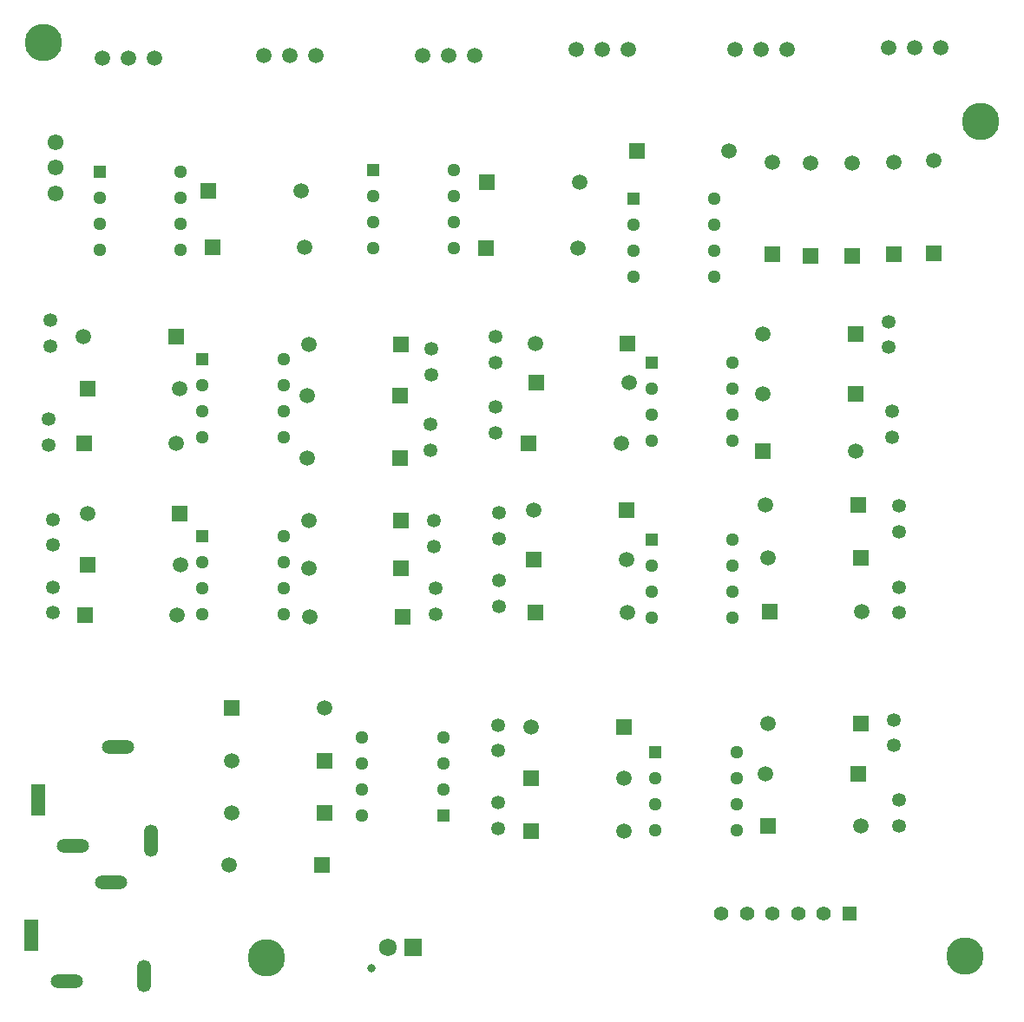
<source format=gts>
G04*
G04 #@! TF.GenerationSoftware,Altium Limited,Altium Designer,23.8.1 (32)*
G04*
G04 Layer_Color=8388736*
%FSLAX44Y44*%
%MOMM*%
G71*
G04*
G04 #@! TF.SameCoordinates,3F070380-BFD0-420E-B22A-88B72DBD322C*
G04*
G04*
G04 #@! TF.FilePolarity,Negative*
G04*
G01*
G75*
%ADD14R,1.5000X1.5000*%
%ADD15C,1.5000*%
%ADD16R,1.2800X1.2800*%
%ADD17C,1.2800*%
%ADD18C,3.6500*%
%ADD19C,1.4000*%
%ADD20R,1.4000X1.4000*%
%ADD21R,1.3620X3.1400*%
G04:AMPARAMS|DCode=22|XSize=1.362mm|YSize=3.14mm|CornerRadius=0.681mm|HoleSize=0mm|Usage=FLASHONLY|Rotation=90.000|XOffset=0mm|YOffset=0mm|HoleType=Round|Shape=RoundedRectangle|*
%AMROUNDEDRECTD22*
21,1,1.3620,1.7780,0,0,90.0*
21,1,0.0000,3.1400,0,0,90.0*
1,1,1.3620,0.8890,0.0000*
1,1,1.3620,0.8890,0.0000*
1,1,1.3620,-0.8890,0.0000*
1,1,1.3620,-0.8890,0.0000*
%
%ADD22ROUNDEDRECTD22*%
G04:AMPARAMS|DCode=23|XSize=1.362mm|YSize=3.14mm|CornerRadius=0.681mm|HoleSize=0mm|Usage=FLASHONLY|Rotation=0.000|XOffset=0mm|YOffset=0mm|HoleType=Round|Shape=RoundedRectangle|*
%AMROUNDEDRECTD23*
21,1,1.3620,1.7780,0,0,0.0*
21,1,0.0000,3.1400,0,0,0.0*
1,1,1.3620,0.0000,-0.8890*
1,1,1.3620,0.0000,-0.8890*
1,1,1.3620,0.0000,0.8890*
1,1,1.3620,0.0000,0.8890*
%
%ADD23ROUNDEDRECTD23*%
%ADD24C,1.3500*%
%ADD25R,1.5000X1.5000*%
%ADD26C,1.5200*%
%ADD27R,1.7250X1.7250*%
%ADD28C,1.7250*%
%ADD29C,0.8000*%
%ADD30C,1.5500*%
D14*
X511761Y433571D02*
D03*
X603031Y644391D02*
D03*
X514301Y606291D02*
D03*
X599221Y269741D02*
D03*
X509221Y168141D02*
D03*
X830361Y273551D02*
D03*
X509221Y220211D02*
D03*
X827821Y224021D02*
D03*
X740361Y173221D02*
D03*
X825281Y594861D02*
D03*
X506681Y546601D02*
D03*
X382051Y471671D02*
D03*
X73611Y378961D02*
D03*
X76701Y428491D02*
D03*
X166151Y478021D02*
D03*
X382051Y424681D02*
D03*
X383321Y377691D02*
D03*
X194261Y792981D02*
D03*
X73061Y546601D02*
D03*
X76151Y599941D02*
D03*
X162341Y650741D02*
D03*
X382051Y643121D02*
D03*
X380781Y593591D02*
D03*
Y532631D02*
D03*
X198071Y738371D02*
D03*
X513031Y381501D02*
D03*
X601761Y481831D02*
D03*
X827821Y486911D02*
D03*
X830361Y434841D02*
D03*
X741631Y382771D02*
D03*
X825281Y653281D02*
D03*
X735281Y538981D02*
D03*
X307121Y236721D02*
D03*
X217121Y288791D02*
D03*
X307121Y185921D02*
D03*
X304581Y135121D02*
D03*
X464771Y737101D02*
D03*
X466041Y801871D02*
D03*
X612091Y832351D02*
D03*
D15*
X601761Y433571D02*
D03*
X513031Y644391D02*
D03*
X604301Y606291D02*
D03*
X509221Y269741D02*
D03*
X599221Y168141D02*
D03*
X740361Y273551D02*
D03*
X599221Y220211D02*
D03*
X737821Y224021D02*
D03*
X830361Y173221D02*
D03*
X902201Y822741D02*
D03*
X822191Y820201D02*
D03*
X781551D02*
D03*
X862831Y821471D02*
D03*
X744721D02*
D03*
X735281Y594861D02*
D03*
X596681Y546601D02*
D03*
X292051Y471671D02*
D03*
X163611Y378961D02*
D03*
X166701Y428491D02*
D03*
X76151Y478021D02*
D03*
X292051Y424681D02*
D03*
X293321Y377691D02*
D03*
X284261Y792981D02*
D03*
X163061Y546601D02*
D03*
X166151Y599941D02*
D03*
X72341Y650741D02*
D03*
X292051Y643121D02*
D03*
X290781Y593591D02*
D03*
Y532631D02*
D03*
X288071Y738371D02*
D03*
X603031Y381501D02*
D03*
X511761Y481831D02*
D03*
X737821Y486911D02*
D03*
X740361Y434841D02*
D03*
X831631Y382771D02*
D03*
X735281Y653281D02*
D03*
X825281Y538981D02*
D03*
X217121Y236721D02*
D03*
X307121Y288791D02*
D03*
X217121Y185921D02*
D03*
X214581Y135121D02*
D03*
X554771Y737101D02*
D03*
X556041Y801871D02*
D03*
X702091Y832351D02*
D03*
D16*
X608501Y785361D02*
D03*
X630091Y245611D02*
D03*
X626281Y452621D02*
D03*
X188131Y456431D02*
D03*
Y629151D02*
D03*
X87801Y812031D02*
D03*
X626281Y625341D02*
D03*
X423411Y183381D02*
D03*
X354501Y813301D02*
D03*
D17*
X608501Y759961D02*
D03*
Y734561D02*
D03*
Y709161D02*
D03*
X687901D02*
D03*
Y734561D02*
D03*
Y759961D02*
D03*
Y785361D02*
D03*
X630091Y220211D02*
D03*
Y194811D02*
D03*
Y169411D02*
D03*
X709491D02*
D03*
Y194811D02*
D03*
Y220211D02*
D03*
Y245611D02*
D03*
X626281Y427221D02*
D03*
Y401821D02*
D03*
Y376421D02*
D03*
X705681D02*
D03*
Y401821D02*
D03*
Y427221D02*
D03*
Y452621D02*
D03*
X267531Y456431D02*
D03*
Y431031D02*
D03*
Y405631D02*
D03*
Y380231D02*
D03*
X188131D02*
D03*
Y405631D02*
D03*
Y431031D02*
D03*
X267531Y629151D02*
D03*
Y603751D02*
D03*
Y578351D02*
D03*
Y552951D02*
D03*
X188131D02*
D03*
Y578351D02*
D03*
Y603751D02*
D03*
X167201Y812031D02*
D03*
Y786631D02*
D03*
Y761231D02*
D03*
Y735831D02*
D03*
X87801D02*
D03*
Y761231D02*
D03*
Y786631D02*
D03*
X705681Y625341D02*
D03*
Y599941D02*
D03*
Y574541D02*
D03*
Y549141D02*
D03*
X626281D02*
D03*
Y574541D02*
D03*
Y599941D02*
D03*
X423411Y208781D02*
D03*
Y234181D02*
D03*
Y259581D02*
D03*
X344011D02*
D03*
Y234181D02*
D03*
Y208781D02*
D03*
Y183381D02*
D03*
X354501Y787901D02*
D03*
Y762501D02*
D03*
Y737101D02*
D03*
X433901D02*
D03*
Y762501D02*
D03*
Y787901D02*
D03*
Y813301D02*
D03*
D18*
X947866Y861294D02*
D03*
X932214Y46260D02*
D03*
X250691Y44951D02*
D03*
X33521Y937761D02*
D03*
D19*
X694651Y88131D02*
D03*
X719651D02*
D03*
X744651D02*
D03*
X769651D02*
D03*
X794651D02*
D03*
D20*
X819651D02*
D03*
D21*
X21456Y66668D02*
D03*
X27806Y198748D02*
D03*
D22*
X55712Y21732D02*
D03*
X99248Y118738D02*
D03*
X105598Y250818D02*
D03*
X62062Y153812D02*
D03*
D23*
X131438Y26790D02*
D03*
X137788Y158870D02*
D03*
D24*
X476751Y196081D02*
D03*
Y171081D02*
D03*
X862831Y276961D02*
D03*
Y251961D02*
D03*
X867911Y198621D02*
D03*
Y173621D02*
D03*
X476751Y271881D02*
D03*
Y246881D02*
D03*
X867911Y406501D02*
D03*
Y381501D02*
D03*
Y485641D02*
D03*
Y460641D02*
D03*
X42411Y472541D02*
D03*
Y447541D02*
D03*
Y406501D02*
D03*
Y381501D02*
D03*
X415791Y380631D02*
D03*
Y405631D02*
D03*
X414521Y446671D02*
D03*
Y471671D02*
D03*
X39871Y666851D02*
D03*
Y641851D02*
D03*
X38601Y570331D02*
D03*
Y545331D02*
D03*
X410711Y565251D02*
D03*
Y540251D02*
D03*
X411981Y638911D02*
D03*
Y613911D02*
D03*
X478021Y478891D02*
D03*
Y453891D02*
D03*
Y413251D02*
D03*
Y388251D02*
D03*
X474211Y650741D02*
D03*
Y625741D02*
D03*
Y557161D02*
D03*
Y582161D02*
D03*
X861561Y553351D02*
D03*
Y578351D02*
D03*
X857751Y640581D02*
D03*
Y665581D02*
D03*
D25*
X902201Y732741D02*
D03*
X822191Y730201D02*
D03*
X781551D02*
D03*
X862831Y731471D02*
D03*
X744721D02*
D03*
D26*
X857751Y932681D02*
D03*
X883151D02*
D03*
X908551D02*
D03*
X90671Y922521D02*
D03*
X116071D02*
D03*
X141471D02*
D03*
X298951Y925061D02*
D03*
X273551D02*
D03*
X248151D02*
D03*
X403091Y925161D02*
D03*
X428491D02*
D03*
X453891D02*
D03*
X603751Y931511D02*
D03*
X578351D02*
D03*
X552951D02*
D03*
X707891D02*
D03*
X733291D02*
D03*
X758691D02*
D03*
D27*
X394201Y55111D02*
D03*
D28*
X369201D02*
D03*
D29*
X353201Y35111D02*
D03*
D30*
X44951Y840841D02*
D03*
Y815841D02*
D03*
Y790841D02*
D03*
M02*

</source>
